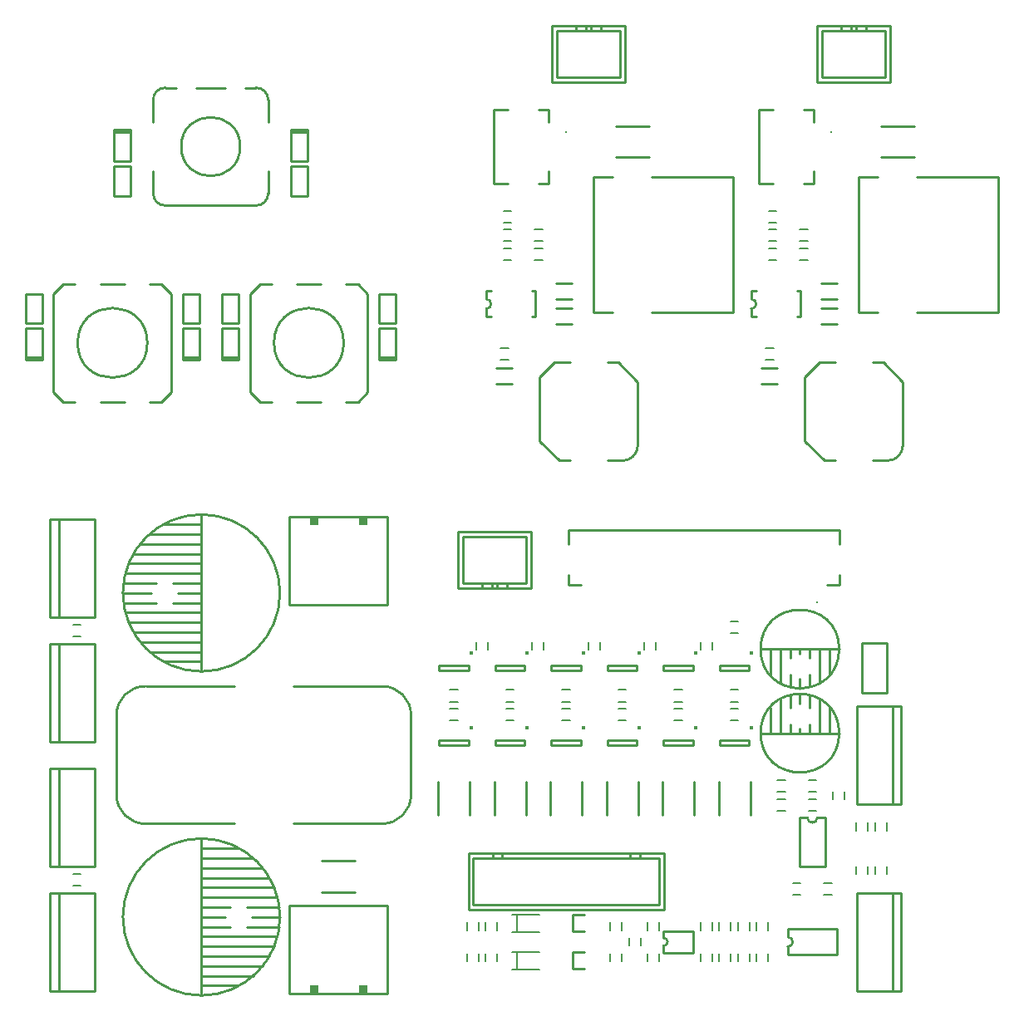
<source format=gbr>
G04 DipTrace 3.2.0.1*
G04 Âåðõíÿÿìàðêèðîâêà.gbr*
%MOIN*%
G04 #@! TF.FileFunction,Legend,Top*
G04 #@! TF.Part,Single*
%ADD10C,0.009843*%
%ADD25C,0.007874*%
%ADD44C,0.015404*%
%ADD48C,0.011887*%
%ADD51C,0.011811*%
%FSLAX26Y26*%
G04*
G70*
G90*
G75*
G01*
G04 TopSilk*
%LPD*%
X728346Y3543315D2*
D10*
X846457D1*
X606280Y3070856D2*
X968524D1*
X1017717Y3120096D2*
G02X968524Y3070856I-47112J-2127D01*
G01*
X557087Y3494075D2*
Y3405533D1*
X669291Y3307086D2*
G02X669291Y3307086I118110J0D01*
G01*
X557087Y3494075D2*
G02X606280Y3543315I47112J2127D01*
G01*
X649626D2*
X606280D1*
X925177D2*
X968524D1*
X557087Y3120096D2*
Y3208638D1*
X606280Y3070921D2*
G02X557087Y3120096I-2083J47109D01*
G01*
X1017717Y3494075D2*
Y3405533D1*
Y3120096D2*
Y3208638D1*
X968524Y3543315D2*
G02X1017717Y3494075I2081J-47114D01*
G01*
X435433Y1516142D2*
G02X435433Y1516142I314961J0D01*
G01*
X750394Y1201181D2*
Y1831102D1*
Y1319291D2*
X506299D1*
X750394Y1279921D2*
X541764D1*
X750394Y1476772D2*
X636252D1*
X750394Y1712992D2*
X506299D1*
X750394Y1437402D2*
X447276D1*
X435433Y1516142D2*
X549638D1*
X569291Y1476772D2*
X439339D1*
X655906Y1516142D2*
X750394D1*
Y1752362D2*
X541764D1*
X750394Y1555512D2*
X636252D1*
X750394Y1594882D2*
X447213D1*
X569291Y1555512D2*
X439339D1*
X750394Y1634252D2*
X459055D1*
X750394Y1398031D2*
X459055D1*
X750394Y1791732D2*
X600787D1*
X750394Y1240551D2*
X600787D1*
X750394Y1358661D2*
X478772D1*
X750394Y1673622D2*
X478772D1*
X435433Y216142D2*
G02X435433Y216142I314961J0D01*
G01*
X750394Y531102D2*
Y-98819D1*
Y412992D2*
X994488D1*
X750394Y452362D2*
X959024D1*
X750394Y255512D2*
X864535D1*
X750394Y19291D2*
X994488D1*
X750394Y294882D2*
X1053512D1*
X1065354Y216142D2*
X951150D1*
X931496Y255512D2*
X1061449D1*
X844882Y216142D2*
X750394D1*
Y-20079D2*
X959024D1*
X750394Y176772D2*
X864535D1*
X750394Y137402D2*
X1053575D1*
X931496Y176772D2*
X1061449D1*
X750394Y98031D2*
X1041732D1*
X750394Y334252D2*
X1041732D1*
X750394Y-59449D2*
X900000D1*
X750394Y491732D2*
X900000D1*
X750394Y373622D2*
X1022016D1*
X750394Y58661D2*
X1022016D1*
X2992913Y1291142D2*
G02X2992913Y1291142I157480J0D01*
G01*
X3307874D2*
X2992913D1*
X3189764D2*
Y1255709D1*
X3229134Y1291142D2*
Y1157283D1*
X3150394Y1133661D2*
Y1173031D1*
X3189764Y1188780D2*
Y1141535D1*
X3150394Y1271457D2*
Y1291142D1*
X3111024D2*
Y1255709D1*
X3268504Y1291142D2*
Y1188780D1*
X3071654Y1291142D2*
Y1157283D1*
X3111024Y1188780D2*
Y1141535D1*
X3032283Y1291142D2*
Y1188780D1*
X2511514Y131885D2*
D25*
Y100398D1*
X2464274Y131885D2*
Y100398D1*
X2992913Y953642D2*
D10*
G02X2992913Y953642I157480J0D01*
G01*
X3307874D1*
X3111024D2*
Y989075D1*
X3071654Y953642D2*
Y1087500D1*
X3150394Y1111122D2*
Y1071752D1*
X3111024Y1056004D2*
Y1103248D1*
X3150394Y973327D2*
Y953642D1*
X3189764D2*
Y989075D1*
X3032283Y953642D2*
Y1056004D1*
X3229134Y953642D2*
Y1087500D1*
X3189764Y1056004D2*
Y1103248D1*
X3268504Y953642D2*
Y1056004D1*
X2436514Y194385D2*
D25*
Y162898D1*
X2389274Y194385D2*
Y162898D1*
Y37898D2*
Y69385D1*
X2436514Y37898D2*
Y69385D1*
X2874014D2*
Y37898D1*
X2826774Y69385D2*
Y37898D1*
Y162898D2*
Y194385D1*
X2874014Y162898D2*
Y194385D1*
X3330264Y719385D2*
Y687898D1*
X3283024Y719385D2*
Y687898D1*
X3278637Y305022D2*
X3247150D1*
X3278637Y352262D2*
X3247150D1*
X3153637Y305022D2*
X3122150D1*
X3153637Y352262D2*
X3122150D1*
X3451774Y562898D2*
Y594385D1*
X3499014Y562898D2*
Y594385D1*
X3376774Y387898D2*
Y419385D1*
X3424014Y387898D2*
Y419385D1*
X3234650Y2657383D2*
D10*
X3297634D1*
X3234650Y2594389D2*
X3297634D1*
X2997150Y2419883D2*
X3060134D1*
X2997150Y2356889D2*
X3060134D1*
X3012898Y2499506D2*
D25*
X3044385D1*
X3012898Y2452266D2*
X3044385D1*
X3025398Y2899506D2*
X3056885D1*
X3025398Y2852266D2*
X3056885D1*
X3234650Y2757383D2*
D10*
X3297634D1*
X3234650Y2694389D2*
X3297634D1*
X3056885Y3002266D2*
D25*
X3025398D1*
X3056885Y3049506D2*
X3025398D1*
X3149206Y614569D2*
D10*
Y417715D1*
X3251582Y614569D2*
Y417715D1*
X3149206D2*
X3251582D1*
X3180699Y614569D2*
X3149206D1*
X3220088D2*
X3251582D1*
X3180699D2*
G03X3220088Y614569I19694J9D01*
G01*
X2603835Y72824D2*
X2721952D1*
Y159459D2*
X2603835D1*
X2721952D2*
Y72824D1*
X2603835D2*
Y100386D1*
Y131898D2*
Y159459D1*
Y100386D2*
G03X2603835Y131898I-11J15756D01*
G01*
X3101967Y64954D2*
X3298821D1*
X3101967Y167330D2*
X3298821D1*
Y64954D2*
Y167330D1*
X3101967Y96447D2*
Y64954D1*
Y135836D2*
Y167330D1*
Y96447D2*
G03X3101967Y135836I-9J19694D01*
G01*
X2955215Y2624698D2*
X2974900D1*
X2955215Y2727074D2*
X2974900D1*
X3152069Y2624698D2*
Y2727074D1*
X2955215Y2656191D2*
Y2624698D1*
Y2695580D2*
Y2727074D1*
Y2656191D2*
G03X2955215Y2695580I-9J19694D01*
G01*
X3152069Y2624698D2*
X3138289D1*
X3152069Y2727074D2*
X3138289D1*
X466535Y3366142D2*
X399606D1*
Y3248031D1*
X466535D1*
Y3366142D1*
Y3374016D2*
X399606D1*
Y3366142D1*
X466535D1*
Y3374016D1*
X1175197Y3366142D2*
X1108268D1*
Y3248031D1*
X1175197D1*
Y3366142D1*
Y3374016D2*
X1108268D1*
Y3366142D1*
X1175197D1*
Y3374016D1*
X45276Y2460630D2*
X112205D1*
Y2578740D1*
X45276D1*
Y2460630D1*
Y2452756D2*
X112205D1*
Y2460630D1*
X45276D1*
Y2452756D1*
X675197Y2460630D2*
X742126D1*
Y2578740D1*
X675197D1*
Y2460630D1*
Y2452756D2*
X742126D1*
Y2460630D1*
X675197D1*
Y2452756D1*
X832677Y2460630D2*
X899606D1*
Y2578740D1*
X832677D1*
Y2460630D1*
Y2452756D2*
X899606D1*
Y2460630D1*
X832677D1*
Y2452756D1*
X1462598Y2460630D2*
X1529528D1*
Y2578740D1*
X1462598D1*
Y2460630D1*
Y2452756D2*
X1529528D1*
Y2460630D1*
X1462598D1*
Y2452756D1*
X1118471Y590528D2*
X1472702D1*
X1118471Y1141756D2*
X1472702D1*
X410127Y1023626D2*
Y708657D1*
X1590661Y1023626D2*
Y708657D1*
X528086Y1141756D2*
G03X410127Y1023626I-3897J-114068D01*
G01*
X528086Y590528D2*
G02X410127Y708657I-3897J114068D01*
G01*
X1472702Y590528D2*
G03X1590661Y708657I3897J114068D01*
G01*
X1472702Y1141756D2*
G02X1590661Y1023626I3897J-114068D01*
G01*
X528086Y590528D2*
X882317D1*
Y1141756D2*
X528086D1*
X3563085Y2362199D2*
X3484315Y2440949D1*
X3563085Y2106313D2*
G02X3504008Y2047240I-60364J1291D01*
G01*
X3248007D2*
X3169237Y2125990D1*
Y2381876D2*
X3228314Y2440949D1*
X3563085Y2106313D2*
Y2362199D1*
X3169237Y2125990D2*
Y2381876D1*
X3291330Y2047240D2*
X3248007D1*
X3440992D2*
X3504008D1*
X3484315Y2440949D2*
X3440992D1*
X3228314D2*
X3291330D1*
X234650Y1389762D2*
D25*
X266137D1*
X234650Y1342522D2*
X266137D1*
X1747150Y1127262D2*
X1778637D1*
X1747150Y1080022D2*
X1778637D1*
X1747150Y1052262D2*
X1778637D1*
X1747150Y1005022D2*
X1778637D1*
X1851774Y1287898D2*
Y1319385D1*
X1899014Y1287898D2*
Y1319385D1*
X1367335Y315656D2*
D10*
X1233453D1*
X1367335Y441628D2*
X1233453D1*
X1699907Y624201D2*
Y758083D1*
X1825880Y624201D2*
Y758083D1*
X1972150Y1127262D2*
D25*
X2003637D1*
X1972150Y1080022D2*
X2003637D1*
X1972150Y1052262D2*
X2003637D1*
X1972150Y1005022D2*
X2003637D1*
X2076774Y1287898D2*
Y1319385D1*
X2124014Y1287898D2*
Y1319385D1*
X234650Y389762D2*
X266137D1*
X234650Y342522D2*
X266137D1*
X399606Y3110236D2*
D10*
X466535D1*
Y3228346D1*
X399606D1*
Y3110236D1*
X1108268D2*
X1175197D1*
Y3228346D1*
X1108268D1*
Y3110236D1*
X112205Y2716535D2*
X45276D1*
Y2598425D1*
X112205D1*
Y2716535D1*
X742126D2*
X675197D1*
Y2598425D1*
X742126D1*
Y2716535D1*
X899606D2*
X832677D1*
Y2598425D1*
X899606D1*
Y2716535D1*
X1924907Y624201D2*
Y758083D1*
X2050880Y624201D2*
Y758083D1*
X2197150Y1127262D2*
D25*
X2228637D1*
X2197150Y1080022D2*
X2228637D1*
X2197150Y1052262D2*
X2228637D1*
X2197150Y1005022D2*
X2228637D1*
X2301774Y1287898D2*
Y1319385D1*
X2349014Y1287898D2*
Y1319385D1*
X1529528Y2716535D2*
D10*
X1462598D1*
Y2598425D1*
X1529528D1*
Y2716535D1*
X3610248Y3263785D2*
X3476366D1*
X3610248Y3389758D2*
X3476366D1*
X3150398Y2899506D2*
D25*
X3181885D1*
X3150398Y2852266D2*
X3181885D1*
Y2927266D2*
X3150398D1*
X3181885Y2974506D2*
X3150398D1*
X3056885Y2927266D2*
X3025398D1*
X3056885Y2974506D2*
X3025398D1*
X2149907Y624201D2*
D10*
Y758083D1*
X2275880Y624201D2*
Y758083D1*
X1814274Y37898D2*
D25*
Y69385D1*
X1861514Y37898D2*
Y69385D1*
X2539274Y37898D2*
Y69385D1*
X2586514Y37898D2*
Y69385D1*
X1861514Y194385D2*
Y162898D1*
X1814274Y194385D2*
Y162898D1*
X2586514Y194385D2*
Y162898D1*
X2539274Y194385D2*
Y162898D1*
X2422150Y1127262D2*
X2453637D1*
X2422150Y1080022D2*
X2453637D1*
X2422150Y1052262D2*
X2453637D1*
X2422150Y1005022D2*
X2453637D1*
X1936514Y194385D2*
Y162898D1*
X1889274Y194385D2*
Y162898D1*
Y37898D2*
Y69385D1*
X1936514Y37898D2*
Y69385D1*
X2526774Y1287898D2*
Y1319385D1*
X2574014Y1287898D2*
Y1319385D1*
X2374907Y624201D2*
D10*
Y758083D1*
X2500880Y624201D2*
Y758083D1*
X3024014Y194385D2*
D25*
Y162898D1*
X2976774Y194385D2*
Y162898D1*
X2799014Y194385D2*
Y162898D1*
X2751774Y194385D2*
Y162898D1*
X2647150Y1127262D2*
X2678637D1*
X2647150Y1080022D2*
X2678637D1*
X2647150Y1052262D2*
X2678637D1*
X2647150Y1005022D2*
X2678637D1*
X3024014Y69385D2*
Y37898D1*
X2976774Y69385D2*
Y37898D1*
X2751774D2*
Y69385D1*
X2799014Y37898D2*
Y69385D1*
X2751774Y1287898D2*
Y1319385D1*
X2799014Y1287898D2*
Y1319385D1*
X3376774Y562898D2*
Y594385D1*
X3424014Y562898D2*
Y594385D1*
X2599907Y624201D2*
D10*
Y758083D1*
X2725880Y624201D2*
Y758083D1*
X2949014Y69385D2*
D25*
Y37898D1*
X2901774Y69385D2*
Y37898D1*
Y162898D2*
Y194385D1*
X2949014Y162898D2*
Y194385D1*
X2872150Y1127262D2*
X2903637D1*
X2872150Y1080022D2*
X2903637D1*
X2872150Y1052262D2*
X2903637D1*
X2872150Y1005022D2*
X2903637D1*
X3451774Y387898D2*
Y419385D1*
X3499014Y387898D2*
Y419385D1*
X3091137Y642522D2*
X3059650D1*
X3091137Y689762D2*
X3059650D1*
X2903637Y1355022D2*
X2872150D1*
X2903637Y1402262D2*
X2872150D1*
X2824907Y624201D2*
D10*
Y758083D1*
X2950880Y624201D2*
Y758083D1*
X3216137Y717522D2*
D25*
X3184650D1*
X3216137Y764762D2*
X3184650D1*
X3059650D2*
X3091137D1*
X3059650Y717522D2*
X3091137D1*
X3216137Y642522D2*
X3184650D1*
X3216137Y689762D2*
X3184650D1*
X3400394Y1116142D2*
D10*
X3500394D1*
Y1316142D1*
X3400394D1*
Y1116142D1*
X1041354Y2519685D2*
G02X1041354Y2519685I139748J0D01*
G01*
X1031480Y2283461D2*
X984236D1*
X1228346D2*
X1133858D1*
Y2755909D2*
X1228346D1*
X984236Y2283461D2*
X944882Y2322850D1*
Y2716520D2*
X984236Y2755909D1*
X1377969Y2283461D2*
X1417323Y2322850D1*
Y2716520D2*
X1377969Y2755909D1*
X1330724D2*
X1377969D1*
X1417323Y2716520D2*
Y2322850D1*
X1330724Y2283461D2*
X1377969D1*
X944882Y2322850D2*
Y2716520D1*
X984236Y2755909D2*
X1031480D1*
X253953Y2519685D2*
G02X253953Y2519685I139748J0D01*
G01*
X244079Y2283461D2*
X196835D1*
X440945D2*
X346457D1*
Y2755909D2*
X440945D1*
X196835Y2283461D2*
X157480Y2322850D1*
Y2716520D2*
X196835Y2755909D1*
X590567Y2283461D2*
X629921Y2322850D1*
Y2716520D2*
X590567Y2755909D1*
X543323D2*
X590567D1*
X629921Y2716520D2*
Y2322850D1*
X543323Y2283461D2*
X590567D1*
X157480Y2322850D2*
Y2716520D1*
X196835Y2755909D2*
X244079D1*
X144094Y-80709D2*
X321260D1*
Y312992D1*
X144094D1*
Y-80709D1*
X179528D2*
Y312992D1*
X144094Y919291D2*
X321260D1*
Y1312992D1*
X144094D1*
Y919291D1*
X179528D2*
Y1312992D1*
X1994291Y225591D2*
D25*
X2106497D1*
X1994291Y156693D2*
X2106497D1*
X2016925Y225591D2*
Y156693D1*
X1994291Y75591D2*
X2106497D1*
X1994291Y6693D2*
X2106497D1*
X2016925Y75591D2*
Y6693D1*
X2239272Y224612D2*
D10*
X2286535D1*
X2239272Y157672D2*
X2286535D1*
X2239272Y222635D2*
Y157679D1*
Y74612D2*
X2286535D1*
X2239272Y7672D2*
X2286535D1*
X2239272Y72635D2*
Y7679D1*
X144094Y1419291D2*
X321260D1*
Y1812992D1*
X144094D1*
Y1419291D1*
X179528D2*
Y1812992D1*
D44*
X1831144Y976126D3*
X1821943Y925984D2*
D10*
X1703839D1*
Y906299D1*
X1821943D1*
Y925984D1*
D44*
X1831144Y1276126D3*
X1821943Y1225984D2*
D10*
X1703839D1*
Y1206299D1*
X1821943D1*
Y1225984D1*
D44*
X2056144Y976126D3*
X2046943Y925984D2*
D10*
X1928839D1*
Y906299D1*
X2046943D1*
Y925984D1*
D44*
X2056144Y1276126D3*
X2046943Y1225984D2*
D10*
X1928839D1*
Y1206299D1*
X2046943D1*
Y1225984D1*
X144094Y419291D2*
X321260D1*
Y812992D1*
X144094D1*
Y419291D1*
X179528D2*
Y812992D1*
D44*
X2281144Y976126D3*
X2271943Y925984D2*
D10*
X2153839D1*
Y906299D1*
X2271943D1*
Y925984D1*
D44*
X2281144Y1276126D3*
X2271943Y1225984D2*
D10*
X2153839D1*
Y1206299D1*
X2271943D1*
Y1225984D1*
D44*
X2506144Y976126D3*
X2496943Y925984D2*
D10*
X2378839D1*
Y906299D1*
X2496943D1*
Y925984D1*
D44*
X2506144Y1276126D3*
X2496943Y1225984D2*
D10*
X2378839D1*
Y1206299D1*
X2496943D1*
Y1225984D1*
X3556693Y1062992D2*
X3379528D1*
Y669291D1*
X3556693D1*
Y1062992D1*
X3521260D2*
Y669291D1*
X3556693Y312992D2*
X3379528D1*
Y-80709D1*
X3556693D1*
Y312992D1*
X3521260D2*
Y-80709D1*
D44*
X2731144Y976126D3*
X2721943Y925984D2*
D10*
X2603839D1*
Y906299D1*
X2721943D1*
Y925984D1*
D44*
X2731144Y1276126D3*
X2721943Y1225984D2*
D10*
X2603839D1*
Y1206299D1*
X2721943D1*
Y1225984D1*
D44*
X2956144Y976126D3*
X2946943Y925984D2*
D10*
X2828839D1*
Y906299D1*
X2946943D1*
Y925984D1*
D44*
X2956144Y1276126D3*
X2946943Y1225984D2*
D10*
X2828839D1*
Y1206299D1*
X2946943D1*
Y1225984D1*
X1974601Y1555817D2*
Y1536122D1*
X1935241Y1555817D2*
Y1536122D1*
X1915546Y1555817D2*
Y1536122D1*
X1876187Y1555817D2*
Y1536122D1*
X2071063Y1762500D2*
X1779724D1*
Y1536122D1*
X2071063D1*
Y1762500D1*
X2051369Y1742805D2*
X1799419D1*
Y1555817D1*
X2051369D1*
Y1742805D1*
X1497244Y1823622D2*
X1103543D1*
Y1469291D1*
X1497244D1*
Y1823622D1*
G36*
X1414409Y1788898D2*
X1383031D1*
Y1820398D1*
X1414409D1*
Y1788898D1*
G37*
G36*
X1217677D2*
X1186260D1*
Y1820398D1*
X1217677D1*
Y1788898D1*
G37*
D48*
X3218488Y1478339D3*
X3309036Y1547258D2*
D10*
X3257877D1*
X2222343Y1767717D2*
X3309036D1*
Y1547258D2*
Y1588568D1*
Y1767717D2*
Y1710638D1*
X2222460Y1547258D2*
X2273619D1*
X2222460D2*
Y1588568D1*
Y1767717D2*
Y1710638D1*
D51*
X3275598Y3366180D3*
X3206679Y3456718D2*
D10*
Y3405506D1*
X2986220Y3157493D2*
Y3456718D1*
X3206679D2*
X3165369D1*
X2986220D2*
X3043299D1*
X3206679Y3157455D2*
Y3208668D1*
Y3157455D2*
X3165369D1*
X2986220D2*
X3043299D1*
X3946850Y2641717D2*
Y3185054D1*
Y2641717D2*
X3620110D1*
X3946850Y3185054D2*
X3620054D1*
X3462575Y2641717D2*
X3385827D1*
Y3185054D1*
X3462575D1*
X3316935Y3773612D2*
Y3793307D1*
X3356294Y3773612D2*
Y3793307D1*
X3375989Y3773612D2*
Y3793307D1*
X3415349Y3773612D2*
Y3793307D1*
X3220472Y3566929D2*
X3511811D1*
Y3793307D1*
X3220472D1*
Y3566929D1*
X3240167Y3586624D2*
X3492117D1*
Y3773612D1*
X3240167D1*
Y3586624D1*
X1917606Y451467D2*
Y471161D1*
X1957014Y451467D2*
Y471161D1*
X2468773Y451467D2*
Y471161D1*
X2508181Y451467D2*
Y471161D1*
X1821161Y244783D2*
X2604626D1*
Y471161D1*
X1821161D1*
Y244783D1*
X1840826Y264478D2*
X2584961D1*
Y451467D1*
X1840826D1*
Y264478D1*
X1103543Y-91339D2*
X1497244D1*
Y262992D1*
X1103543D1*
Y-91339D1*
G36*
X1186378Y-56614D2*
X1217756D1*
Y-88114D1*
X1186378D1*
Y-56614D1*
G37*
G36*
X1383110D2*
X1414528D1*
Y-88114D1*
X1383110D1*
Y-56614D1*
G37*
X2171657Y2657383D2*
D10*
X2234642D1*
X2171657Y2594389D2*
X2234642D1*
X1934157Y2419883D2*
X1997142D1*
X1934157Y2356889D2*
X1997142D1*
X1949906Y2499506D2*
D25*
X1981393D1*
X1949906Y2452266D2*
X1981393D1*
X1962406Y2899506D2*
X1993893D1*
X1962406Y2852266D2*
X1993893D1*
X2171657Y2757383D2*
D10*
X2234642D1*
X2171657Y2694389D2*
X2234642D1*
X1993893Y3002266D2*
D25*
X1962406D1*
X1993893Y3049506D2*
X1962406D1*
X1892222Y2624698D2*
D10*
X1911908D1*
X1892222Y2727074D2*
X1911908D1*
X2089077Y2624698D2*
Y2727074D1*
X1892222Y2656191D2*
Y2624698D1*
Y2695580D2*
Y2727074D1*
Y2656191D2*
G03X1892222Y2695580I-9J19694D01*
G01*
X2089077Y2624698D2*
X2075297D1*
X2089077Y2727074D2*
X2075297D1*
X2500093Y2362199D2*
X2421323Y2440949D1*
X2500093Y2106313D2*
G02X2441016Y2047240I-60364J1291D01*
G01*
X2185015D2*
X2106245Y2125990D1*
Y2381876D2*
X2165322Y2440949D1*
X2500093Y2106313D2*
Y2362199D1*
X2106245Y2125990D2*
Y2381876D1*
X2228338Y2047240D2*
X2185015D1*
X2378000D2*
X2441016D1*
X2421323Y2440949D2*
X2378000D1*
X2165322D2*
X2228338D1*
X2547256Y3263785D2*
X2413374D1*
X2547256Y3389758D2*
X2413374D1*
X2087406Y2899506D2*
D25*
X2118893D1*
X2087406Y2852266D2*
X2118893D1*
Y2927266D2*
X2087406D1*
X2118893Y2974506D2*
X2087406D1*
X1993893Y2927266D2*
X1962406D1*
X1993893Y2974506D2*
X1962406D1*
D51*
X2212606Y3366180D3*
X2143687Y3456718D2*
D10*
Y3405506D1*
X1923228Y3157493D2*
Y3456718D1*
X2143687D2*
X2102377D1*
X1923228D2*
X1980307D1*
X2143687Y3157455D2*
Y3208668D1*
Y3157455D2*
X2102377D1*
X1923228D2*
X1980307D1*
X2883858Y2641717D2*
Y3185054D1*
Y2641717D2*
X2557118D1*
X2883858Y3185054D2*
X2557062D1*
X2399583Y2641717D2*
X2322835D1*
Y3185054D1*
X2399583D1*
X2253943Y3773612D2*
Y3793307D1*
X2293302Y3773612D2*
Y3793307D1*
X2312997Y3773612D2*
Y3793307D1*
X2352357Y3773612D2*
Y3793307D1*
X2157480Y3566929D2*
X2448819D1*
Y3793307D1*
X2157480D1*
Y3566929D1*
X2177175Y3586624D2*
X2429124D1*
Y3773612D1*
X2177175D1*
Y3586624D1*
M02*

</source>
